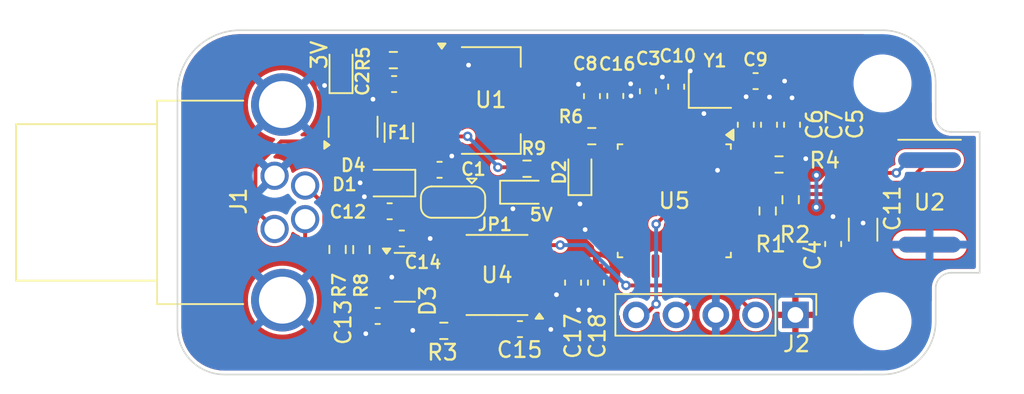
<source format=kicad_pcb>
(kicad_pcb
	(version 20240108)
	(generator "pcbnew")
	(generator_version "8.0")
	(general
		(thickness 1.6)
		(legacy_teardrops no)
	)
	(paper "A4")
	(layers
		(0 "F.Cu" signal)
		(31 "B.Cu" signal)
		(32 "B.Adhes" user "B.Adhesive")
		(33 "F.Adhes" user "F.Adhesive")
		(34 "B.Paste" user)
		(35 "F.Paste" user)
		(36 "B.SilkS" user "B.Silkscreen")
		(37 "F.SilkS" user "F.Silkscreen")
		(38 "B.Mask" user)
		(39 "F.Mask" user)
		(40 "Dwgs.User" user "User.Drawings")
		(41 "Cmts.User" user "User.Comments")
		(42 "Eco1.User" user "User.Eco1")
		(43 "Eco2.User" user "User.Eco2")
		(44 "Edge.Cuts" user)
		(45 "Margin" user)
		(46 "B.CrtYd" user "B.Courtyard")
		(47 "F.CrtYd" user "F.Courtyard")
		(48 "B.Fab" user)
		(49 "F.Fab" user)
		(50 "User.1" user)
		(51 "User.2" user)
		(52 "User.3" user)
		(53 "User.4" user)
		(54 "User.5" user)
		(55 "User.6" user)
		(56 "User.7" user)
		(57 "User.8" user)
		(58 "User.9" user)
	)
	(setup
		(stackup
			(layer "F.SilkS"
				(type "Top Silk Screen")
			)
			(layer "F.Paste"
				(type "Top Solder Paste")
			)
			(layer "F.Mask"
				(type "Top Solder Mask")
				(thickness 0.01)
			)
			(layer "F.Cu"
				(type "copper")
				(thickness 0.035)
			)
			(layer "dielectric 1"
				(type "core")
				(thickness 1.51)
				(material "FR4")
				(epsilon_r 4.5)
				(loss_tangent 0.02)
			)
			(layer "B.Cu"
				(type "copper")
				(thickness 0.035)
			)
			(layer "B.Mask"
				(type "Bottom Solder Mask")
				(thickness 0.01)
			)
			(layer "B.Paste"
				(type "Bottom Solder Paste")
			)
			(layer "B.SilkS"
				(type "Bottom Silk Screen")
			)
			(copper_finish "None")
			(dielectric_constraints no)
		)
		(pad_to_mask_clearance 0)
		(allow_soldermask_bridges_in_footprints no)
		(aux_axis_origin 36 49)
		(pcbplotparams
			(layerselection 0x00010fc_ffffffff)
			(plot_on_all_layers_selection 0x0000000_00000000)
			(disableapertmacros no)
			(usegerberextensions yes)
			(usegerberattributes no)
			(usegerberadvancedattributes no)
			(creategerberjobfile no)
			(dashed_line_dash_ratio 12.000000)
			(dashed_line_gap_ratio 3.000000)
			(svgprecision 4)
			(plotframeref no)
			(viasonmask no)
			(mode 1)
			(useauxorigin yes)
			(hpglpennumber 1)
			(hpglpenspeed 20)
			(hpglpendiameter 15.000000)
			(pdf_front_fp_property_popups yes)
			(pdf_back_fp_property_popups yes)
			(dxfpolygonmode yes)
			(dxfimperialunits yes)
			(dxfusepcbnewfont yes)
			(psnegative no)
			(psa4output no)
			(plotreference yes)
			(plotvalue no)
			(plotfptext yes)
			(plotinvisibletext no)
			(sketchpadsonfab no)
			(subtractmaskfromsilk yes)
			(outputformat 1)
			(mirror no)
			(drillshape 0)
			(scaleselection 1)
			(outputdirectory "gerber")
		)
	)
	(net 0 "")
	(net 1 "+3.3V")
	(net 2 "GND")
	(net 3 "+5V")
	(net 4 "/I2C_SDA")
	(net 5 "/I2C_SCL")
	(net 6 "CAN_H")
	(net 7 "CAN_L")
	(net 8 "Net-(U4-Rs)")
	(net 9 "NRST")
	(net 10 "Net-(U5-PF0)")
	(net 11 "SWDIO")
	(net 12 "Net-(U5-PF1)")
	(net 13 "/Vref")
	(net 14 "Net-(D4-K)")
	(net 15 "Net-(D4-A)")
	(net 16 "Net-(JP1-C)")
	(net 17 "Net-(U5-PB8)")
	(net 18 "unconnected-(U5-PB5-Pad28)")
	(net 19 "unconnected-(U5-PA8-Pad18)")
	(net 20 "unconnected-(U5-PA15-Pad25)")
	(net 21 "SWCLK")
	(net 22 "unconnected-(U5-PA7-Pad13)")
	(net 23 "unconnected-(U5-PA5-Pad11)")
	(net 24 "unconnected-(U5-PA9-Pad19)")
	(net 25 "unconnected-(U5-PA1-Pad7)")
	(net 26 "unconnected-(U5-PB4-Pad27)")
	(net 27 "unconnected-(U5-PA6-Pad12)")
	(net 28 "unconnected-(U5-PA10-Pad20)")
	(net 29 "/CAN_Tx")
	(net 30 "/CAN_Rx")
	(net 31 "unconnected-(U5-PB0-Pad14)")
	(net 32 "unconnected-(U5-PB1-Pad15)")
	(net 33 "unconnected-(U5-PA4-Pad10)")
	(net 34 "Net-(D2-A)")
	(net 35 "unconnected-(U5-PA0-Pad6)")
	(net 36 "/STATUS_LED")
	(net 37 "unconnected-(U5-PA2-Pad8)")
	(net 38 "unconnected-(U5-PB3-Pad26)")
	(net 39 "Net-(VO1-A)")
	(net 40 "Net-(VO2-A)")
	(footprint "Package_TO_SOT_SMD:SOT-23" (layer "F.Cu") (at 146.51 45.79))
	(footprint "Capacitor_SMD:C_0603_1608Metric" (layer "F.Cu") (at 145.545 41.57 180))
	(footprint "Connector_PinHeader_2.54mm:PinHeader_1x05_P2.54mm_Vertical" (layer "F.Cu") (at 171.44 48.19 -90))
	(footprint "Crystal:Crystal_SMD_2016-4Pin_2.0x1.6mm" (layer "F.Cu") (at 165.985 33.81))
	(footprint "FaSTTUBe_connectors:M8_718_4pin_horizontal" (layer "F.Cu") (at 138.2 41 -90))
	(footprint "Capacitor_SMD:C_0603_1608Metric" (layer "F.Cu") (at 153.86 49.1))
	(footprint "MountingHole:MountingHole_3.2mm_M3_DIN965" (layer "F.Cu") (at 177 33.4))
	(footprint "Diode_SMD:D_SOD-323" (layer "F.Cu") (at 145.57 39.77 180))
	(footprint "TTS:TO-39_sidemount" (layer "F.Cu") (at 180 41))
	(footprint "Package_SO:SOIC-8_3.9x4.9mm_P1.27mm" (layer "F.Cu") (at 152.395 45.64 180))
	(footprint "LED_SMD:LED_0603_1608Metric_Pad1.05x0.95mm_HandSolder" (layer "F.Cu") (at 154.2525 40.35))
	(footprint "TTS:SOT-23" (layer "F.Cu") (at 143.21 36.17 90))
	(footprint "Resistor_SMD:R_0603_1608Metric" (layer "F.Cu") (at 169.67 41.55 90))
	(footprint "MountingHole:MountingHole_3.2mm_M3_DIN965" (layer "F.Cu") (at 177 48.6))
	(footprint "Resistor_SMD:R_0603_1608Metric" (layer "F.Cu") (at 149 49.21 180))
	(footprint "Resistor_SMD:R_0603_1608Metric" (layer "F.Cu") (at 171.135 40.83 90))
	(footprint "Resistor_SMD:R_0603_1608Metric" (layer "F.Cu") (at 154.31 38.85))
	(footprint "Package_QFP:LQFP-32_7x7mm_P0.8mm" (layer "F.Cu") (at 163.71 40.9 -90))
	(footprint "LED_SMD:LED_0603_1608Metric_Pad1.05x0.95mm_HandSolder" (layer "F.Cu") (at 142.44 32.36 90))
	(footprint "Capacitor_SMD:C_0603_1608Metric" (layer "F.Cu") (at 168.275 36.04 90))
	(footprint "Capacitor_SMD:C_0603_1608Metric" (layer "F.Cu") (at 146.32 43.31 180))
	(footprint "LED_SMD:LED_0603_1608Metric" (layer "F.Cu") (at 157.685 39.05 90))
	(footprint "Fuse:Fuse_1206_3216Metric" (layer "F.Cu") (at 146.13 36.54 -90))
	(footprint "Resistor_SMD:R_0603_1608Metric" (layer "F.Cu") (at 145.78 31.91 180))
	(footprint "Capacitor_SMD:C_0603_1608Metric" (layer "F.Cu") (at 157.25 46.13 -90))
	(footprint "Resistor_SMD:R_0603_1608Metric" (layer "F.Cu") (at 143.74 44.02 90))
	(footprint "Resistor_SMD:R_0603_1608Metric" (layer "F.Cu") (at 170.395 38.58))
	(footprint "Capacitor_SMD:C_0603_1608Metric" (layer "F.Cu") (at 158.455 34.21 90))
	(footprint "Jumper:SolderJumper-3_P1.3mm_Open_RoundedPad1.0x1.5mm" (layer "F.Cu") (at 149.59 40.9825 180))
	(footprint "Capacitor_SMD:C_0603_1608Metric" (layer "F.Cu") (at 163.83 33.61 90))
	(footprint "Capacitor_SMD:C_0603_1608Metric" (layer "F.Cu") (at 173.85 43.66 90))
	(footprint "Package_TO_SOT_SMD:SOT-223-3_TabPin2" (layer "F.Cu") (at 152 34.49))
	(footprint "Capacitor_SMD:C_1206_3216Metric" (layer "F.Cu") (at 175.76 42.745 90))
	(footprint "Capacitor_SMD:C_0603_1608Metric" (layer "F.Cu") (at 168.9 33.25 180))
	(footprint "Capacitor_SMD:C_0603_1608Metric" (layer "F.Cu") (at 158.71 46.13 -90))
	(footprint "Capacitor_SMD:C_0603_1608Metric" (layer "F.Cu") (at 148.73 38.92))
	(footprint "Resistor_SMD:R_0603_1608Metric" (layer "F.Cu") (at 158.445 36.77 180))
	(footprint "Capacitor_SMD:C_0603_1608Metric" (layer "F.Cu") (at 159.945 34.2 90))
	(footprint "Resistor_SMD:R_0603_1608Metric" (layer "F.Cu") (at 142.22 44.01 -90))
	(footprint "Capacitor_SMD:C_0603_1608Metric"
		(layer "F.Cu")
		(uuid "e9aee7ad-d638-4c4a-87cb-c8f5124c4142")
		(at 145.83 33.44 180)
		(descr "Capacitor SMD 0603 (1608 Metric), square (rectangular) end terminal, IPC_7351 nominal, (Body size source: IPC-SM-782 page 76, https://www.pcb-3d.com/wordpress/wp-content/uploads/ipc-sm-782a_amendment_1_and_2.pdf), generated with kicad-footprint-generator")
		(tags "capacitor")
		(property "Reference" "C2"
			(at 2.02 0.03 90)
			(layer "F.SilkS")
			(uuid "9107a9e8-ddce-44b6-8243-4b3c503d8ac9")
			(effects
				(font
					(size 0.8 0.8)
					(thickness 0.15)
				)
			)
		)
		(property "Value" "4,7u"
			(at 0 1.43 0)
			(layer "F.Fab")
			(uuid "2cc087bc-9b11-4ea5-a45e-089d5cab9ab7")
			(effects
				(font
					(size 1 1)
					(thickness 0.15)
				)
			)
		)
		(property "Footprint" "Capacitor_SMD:C_0603_1608Metric"
			(at 0 0 180)
			(unlocked yes)
			(layer "F.Fab")
			(hide yes)
			(uuid "02f24cbb-be53-4311-be60-d4f63e4cd5b2")
			(effects
				(font
					(size 1.27 1.27)
					(thickness 0.15)
				)
			)
		)
		(property "Datasheet" ""
			(at 0 0 180)
			(unlocked yes)
			(layer "F.Fab")
			(hide yes)
			(uuid "190d60dd-d182-422a-bfa8-5dfaa64a2aea")
			(effects
				(font
					(size 1.27 1.27)
					(thickness 0.15)
				)
			)
		)
		(property "Description" ""
			(at 0 0 180)
			(unlocked yes)
			(layer "F.Fab")
			(hide yes)
			(uuid "7862a13e-51e6-46d8-ab20-9150706a814c")
			(effects
				(font
					(size 1.27 1.27)
					(thickness 0.15)
				)
			)
		)
		(property "LCSC" "C15849"
			(at 0 0 180)
			(unlocked yes)
			(layer "F.Fab")
			(hide yes)
			(uuid "911c4945-f300-4fa6-a87f-62fd10d9abbe")
			(effects
				(font
					(size 1 1)
					(thickness 0.15)
				)
			)
		)
		(property ki_fp_filters "C_*")
		(path "/d31f1739-8ef6-4d17-981b-a1310d66cc95")
		(sheetname "Root")
		(sheetfile "TTS.kicad_sch")
		(attr smd)
		(fp_line
			(start -0.14058 0.51)
			(end 0.14058 0.51)
			(stroke
				(width 0.12)
				(type solid)
			)
			(layer "F.SilkS")
			(uuid "bf9ceb5c-bcdd-481f-b8f4-a976ecda3a06")
		)
		(fp_line
			(start -0.14058 -0.51)
			(end 0.14058 -0.51)
			(stroke
				(width 0.12)
				(type solid)
			)
			(layer "F.SilkS")
			(uuid "7e42134d-81d8-4593-bd26-e2b2e1d08395")
		)
		(fp_line
			(start 1.48 0.73)
			(end -1.48 0.73)
			(stroke
				(width 0.05)
				(type solid)
			)
			(layer "F.CrtYd")
			(uuid "ebe31fa7-ab72-4e48-b04d-8c90349d1661")
		)
		(fp_line
			(start 1.48 -0.73)
			(end 1.48 0.73)
			(stroke
				(width 0.05)
				(type solid)
			)
			(layer "F.CrtYd")
			(uuid "6c6cf181-24b7-46d7-81dd-201aa55d6359")
		)
		(fp_line
			(start -1.48 0.73)
			(end -1.48 -0.73)
			(stroke
				(width 0.05)
				(type solid)
			)
			(layer "F.CrtYd")
			(uuid "89d5ffc3-767d-4677-b3dd-824bacb3b2cf")
		)
		(fp_line
			(start -1.48 -0.73)
			(end 1.48 -0.73)
			(stroke
				(width 0.05)
				(type solid)
			)
			(layer "F.CrtYd")
			(uuid "84618578-4697-4e65-8e33-0e9dc8c3e893")
		)
		(fp_line
			(start 0.8 0.4)
			(end -0.8 0.4)
			(stroke
				(width 0.1)
				(type solid)
			)
			(layer "F.Fab")
			(uuid "64ea3970-6cdb-431b-b467-5a3f13728271")
		)
		(fp_line
			(start 0.8 -0.4)
			(end 0.8 0.4)
			(stroke
				(width 0.1)
				(type solid)
			)
			(layer "F.Fab")
			(uuid "0f747995-8206-4013-90e2-c1774bf2a099")
		)
		(fp_line
			(start -0.8 0.4)
			(end -0.8 -
... [252227 chars truncated]
</source>
